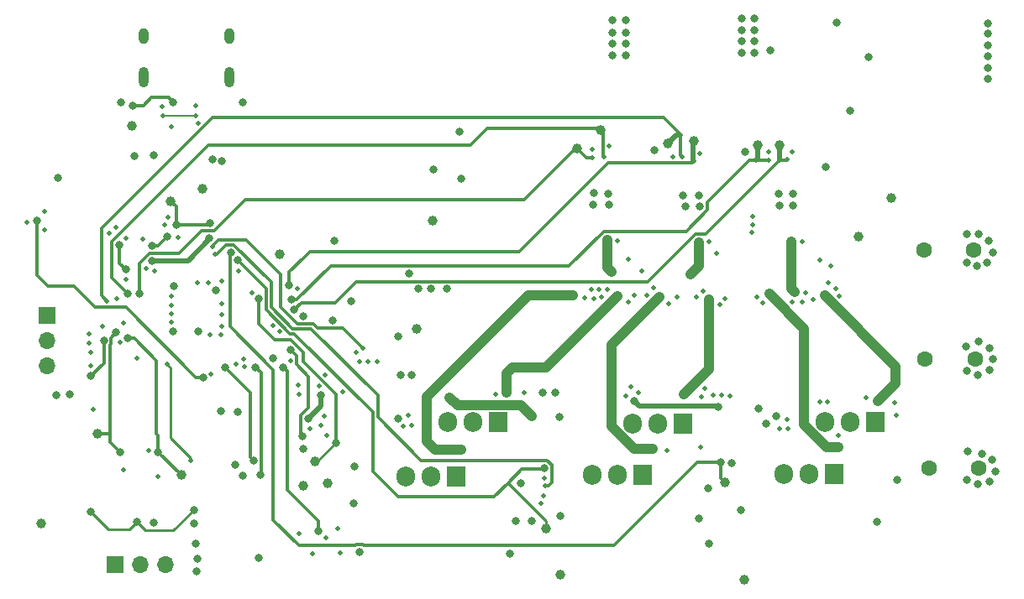
<source format=gbl>
G04 #@! TF.GenerationSoftware,KiCad,Pcbnew,8.0.4-8.0.4-0~ubuntu22.04.1*
G04 #@! TF.CreationDate,2024-08-24T23:14:06+02:00*
G04 #@! TF.ProjectId,bldc_project,626c6463-5f70-4726-9f6a-6563742e6b69,rev?*
G04 #@! TF.SameCoordinates,Original*
G04 #@! TF.FileFunction,Copper,L4,Bot*
G04 #@! TF.FilePolarity,Positive*
%FSLAX46Y46*%
G04 Gerber Fmt 4.6, Leading zero omitted, Abs format (unit mm)*
G04 Created by KiCad (PCBNEW 8.0.4-8.0.4-0~ubuntu22.04.1) date 2024-08-24 23:14:06*
%MOMM*%
%LPD*%
G01*
G04 APERTURE LIST*
G04 #@! TA.AperFunction,ComponentPad*
%ADD10R,1.905000X2.000000*%
G04 #@! TD*
G04 #@! TA.AperFunction,ComponentPad*
%ADD11O,1.905000X2.000000*%
G04 #@! TD*
G04 #@! TA.AperFunction,ComponentPad*
%ADD12C,1.600000*%
G04 #@! TD*
G04 #@! TA.AperFunction,ComponentPad*
%ADD13R,1.700000X1.700000*%
G04 #@! TD*
G04 #@! TA.AperFunction,ComponentPad*
%ADD14O,1.700000X1.700000*%
G04 #@! TD*
G04 #@! TA.AperFunction,ComponentPad*
%ADD15O,1.000000X2.100000*%
G04 #@! TD*
G04 #@! TA.AperFunction,ComponentPad*
%ADD16O,1.000000X1.600000*%
G04 #@! TD*
G04 #@! TA.AperFunction,ComponentPad*
%ADD17C,1.000000*%
G04 #@! TD*
G04 #@! TA.AperFunction,ViaPad*
%ADD18C,0.500000*%
G04 #@! TD*
G04 #@! TA.AperFunction,ViaPad*
%ADD19C,0.800000*%
G04 #@! TD*
G04 #@! TA.AperFunction,Conductor*
%ADD20C,1.000000*%
G04 #@! TD*
G04 #@! TA.AperFunction,Conductor*
%ADD21C,0.500000*%
G04 #@! TD*
G04 #@! TA.AperFunction,Conductor*
%ADD22C,0.300000*%
G04 #@! TD*
G04 #@! TA.AperFunction,Conductor*
%ADD23C,0.250000*%
G04 #@! TD*
G04 #@! TA.AperFunction,Conductor*
%ADD24C,0.200000*%
G04 #@! TD*
G04 APERTURE END LIST*
D10*
X127540000Y-122592500D03*
D11*
X125000000Y-122592500D03*
X122460000Y-122592500D03*
D12*
X132500000Y-105300000D03*
X137500000Y-105300000D03*
X133000000Y-127300000D03*
X138000000Y-127300000D03*
D10*
X108177500Y-122772500D03*
D11*
X105637500Y-122772500D03*
X103097500Y-122772500D03*
D13*
X44100000Y-111860000D03*
D14*
X44100000Y-114400000D03*
X44100000Y-116940000D03*
D15*
X62420000Y-87830000D03*
D16*
X62420000Y-83650000D03*
D15*
X53780000Y-87830000D03*
D16*
X53780000Y-83650000D03*
D10*
X104077500Y-127917500D03*
D11*
X101537500Y-127917500D03*
X98997500Y-127917500D03*
D10*
X85350000Y-128150000D03*
D11*
X82810000Y-128150000D03*
X80270000Y-128150000D03*
D10*
X89580000Y-122655000D03*
D11*
X87040000Y-122655000D03*
X84500000Y-122655000D03*
D12*
X132600000Y-116300000D03*
X137600000Y-116300000D03*
D13*
X50900000Y-137000000D03*
D14*
X53440000Y-137000000D03*
X55980000Y-137000000D03*
D10*
X123377500Y-127872500D03*
D11*
X120837500Y-127872500D03*
X118297500Y-127872500D03*
D17*
X49200000Y-123800000D03*
X81300000Y-113200000D03*
X117900000Y-94700000D03*
X94400000Y-133400000D03*
X43500000Y-132850000D03*
X114350000Y-138550000D03*
X129200000Y-100050000D03*
X52650000Y-92750000D03*
X71050000Y-126600000D03*
X95800000Y-138050000D03*
X59750000Y-99100000D03*
X115700000Y-94700000D03*
X97500000Y-95050000D03*
X56550000Y-100350000D03*
X57600000Y-128000000D03*
X67500000Y-105700000D03*
X99900000Y-93200000D03*
X109250000Y-94300000D03*
X72400000Y-128800000D03*
X82950000Y-102300000D03*
X125900000Y-103950000D03*
X69900000Y-129100000D03*
X106650000Y-94550000D03*
X112400000Y-128700000D03*
D18*
X102950000Y-119100000D03*
X104050000Y-107350000D03*
X110400000Y-119200000D03*
D19*
X80600000Y-107650000D03*
D18*
X111900000Y-110800000D03*
X116200000Y-110600000D03*
X122750000Y-120600000D03*
X48300000Y-114650000D03*
X118700000Y-122400000D03*
X111200000Y-119950000D03*
D19*
X139400000Y-105500000D03*
X44975000Y-119900000D03*
X125000000Y-91200000D03*
X74700000Y-110400000D03*
D18*
X61700000Y-111800000D03*
D19*
X138000000Y-114500000D03*
D18*
X59300000Y-92500000D03*
X56600000Y-92800000D03*
D19*
X138000000Y-103700000D03*
X139300000Y-126400000D03*
D18*
X75200000Y-115600000D03*
X99000000Y-95100000D03*
X106550000Y-125500000D03*
D19*
X102400000Y-85600000D03*
D18*
X76450000Y-116500000D03*
D19*
X84400000Y-109200000D03*
X101100000Y-84400000D03*
D18*
X103300000Y-109800000D03*
X60350000Y-108550000D03*
X126650000Y-120200000D03*
X48700000Y-121375000D03*
D19*
X100700000Y-100700000D03*
X75582831Y-135717169D03*
D18*
X51825000Y-127450000D03*
D19*
X63300000Y-121600000D03*
X117600000Y-122000000D03*
D18*
X51150000Y-110150000D03*
D19*
X139700000Y-127600000D03*
X75100000Y-127100000D03*
X79500000Y-113950000D03*
X79700000Y-117900000D03*
D18*
X115200000Y-101900000D03*
X129550000Y-120650000D03*
X55900000Y-102750000D03*
D19*
X63800000Y-90400000D03*
D18*
X80800000Y-122950000D03*
D19*
X115400000Y-84200000D03*
X114100000Y-81900000D03*
D18*
X54900000Y-107400000D03*
X104500000Y-109800000D03*
D19*
X58900000Y-132900000D03*
D18*
X42050000Y-102500000D03*
D19*
X66843563Y-116222240D03*
D18*
X123550000Y-109150000D03*
D19*
X139100000Y-115200000D03*
X81500000Y-109200001D03*
D18*
X94150000Y-130050000D03*
X103700000Y-119650000D03*
X100700000Y-94800000D03*
X101600000Y-104300000D03*
D19*
X123700000Y-82350000D03*
X83000000Y-97100000D03*
X101100000Y-85600000D03*
D18*
X72050000Y-122000000D03*
D19*
X101100000Y-83300000D03*
D18*
X99750000Y-109250000D03*
X112050000Y-119900000D03*
D19*
X127700000Y-132700000D03*
D18*
X109950000Y-125150000D03*
D19*
X105300000Y-95200000D03*
X117900000Y-100800000D03*
D18*
X115150000Y-103500000D03*
D19*
X114400000Y-95400000D03*
X85800000Y-98100000D03*
X136800000Y-117500000D03*
X138900000Y-85700000D03*
D18*
X43800000Y-101400000D03*
X89300000Y-119850000D03*
X48450000Y-116925000D03*
X106750000Y-110700000D03*
X53750000Y-104200000D03*
X100550000Y-109250000D03*
X111600000Y-105600000D03*
X75600000Y-116500000D03*
X100000000Y-110050000D03*
X123100000Y-106850000D03*
D19*
X136700000Y-115000000D03*
X56750000Y-113500000D03*
X136800000Y-106500000D03*
X85616000Y-93340000D03*
D18*
X107550000Y-110050000D03*
D19*
X94000000Y-119700000D03*
X46400000Y-119825000D03*
D18*
X121950000Y-120600000D03*
D19*
X80800000Y-117900000D03*
D18*
X54100000Y-107100000D03*
X115600000Y-110000000D03*
D19*
X137900000Y-117900000D03*
D18*
X51000000Y-103000000D03*
X94200000Y-128300000D03*
D19*
X69900000Y-125300000D03*
X138900000Y-86900000D03*
X137900000Y-128900000D03*
D18*
X70800000Y-135900000D03*
D19*
X126900000Y-85800000D03*
X59300000Y-113500000D03*
D18*
X72300000Y-123950000D03*
D19*
X82800000Y-109200000D03*
X139100000Y-117400000D03*
D18*
X80500000Y-121950000D03*
X73400000Y-133400000D03*
D19*
X61600000Y-121500000D03*
X139400000Y-116300000D03*
X138900000Y-84600000D03*
D18*
X109850000Y-95550000D03*
X67500000Y-113500000D03*
D19*
X95300000Y-119700000D03*
D18*
X107200000Y-95900000D03*
D19*
X73000000Y-104300000D03*
D18*
X119200000Y-110500000D03*
X61700000Y-110700000D03*
D19*
X114100000Y-84200000D03*
D18*
X48450000Y-115600000D03*
X73650000Y-135850000D03*
X123850000Y-123950000D03*
D19*
X100600000Y-99600000D03*
X115400000Y-85400000D03*
D18*
X51450000Y-114600000D03*
X77350000Y-116500000D03*
X122000000Y-106300000D03*
X120500000Y-109600000D03*
X117950000Y-123300000D03*
X122800000Y-108550000D03*
D19*
X109800000Y-99800000D03*
D18*
X52000000Y-108200000D03*
X63900000Y-116250000D03*
D19*
X119300000Y-100800000D03*
D18*
X60550000Y-113800000D03*
X53150000Y-116150000D03*
X123900000Y-109900000D03*
X61700000Y-108400000D03*
X110000000Y-120050000D03*
D19*
X69911744Y-111950000D03*
X139100000Y-128600000D03*
D18*
X93900000Y-130850000D03*
X119200000Y-95400000D03*
X55225000Y-128150000D03*
D19*
X114000000Y-131500000D03*
D18*
X68600000Y-116450000D03*
D19*
X117000000Y-85100000D03*
D18*
X109500000Y-110000000D03*
D19*
X129800000Y-128500000D03*
D18*
X110200000Y-109400000D03*
D19*
X102400000Y-82100000D03*
D18*
X120200000Y-104400000D03*
X112875000Y-120000000D03*
X57250000Y-104000000D03*
D19*
X91300000Y-132600000D03*
X139000000Y-104300000D03*
X119300000Y-99600000D03*
X59075000Y-134925000D03*
D18*
X120200000Y-110500000D03*
D19*
X79450000Y-122300000D03*
D18*
X115200000Y-102700000D03*
D19*
X138900000Y-82400000D03*
X117800000Y-99600000D03*
D18*
X71500735Y-118999265D03*
X118800000Y-123300000D03*
D19*
X52900000Y-95800000D03*
X138900000Y-83400000D03*
D18*
X69450000Y-119800000D03*
D19*
X101100000Y-82100000D03*
D18*
X73925000Y-119550000D03*
D19*
X65400000Y-136300000D03*
X95800000Y-132100000D03*
X56900000Y-108900000D03*
X54850000Y-132775000D03*
X108200000Y-99800000D03*
D18*
X63100000Y-116800000D03*
X112450000Y-110200000D03*
D19*
X92900000Y-132600000D03*
D18*
X48300000Y-113750000D03*
X50350000Y-103550000D03*
D19*
X59225000Y-136425000D03*
D18*
X56650000Y-111700000D03*
X52050000Y-104050000D03*
X56250000Y-101950000D03*
D19*
X91800000Y-128800000D03*
X114100000Y-85400000D03*
X51500000Y-90400000D03*
D18*
X49700000Y-113000000D03*
D19*
X102400000Y-83300000D03*
X63800000Y-128050000D03*
D18*
X69400000Y-118875000D03*
X102450000Y-120000000D03*
X129650000Y-121950000D03*
D19*
X113100000Y-126800000D03*
D18*
X56650000Y-112550000D03*
X60600000Y-117800000D03*
X72100000Y-117875000D03*
X69300000Y-109200000D03*
X98950000Y-109250000D03*
X121300000Y-110300000D03*
X56650000Y-109900000D03*
X59100000Y-90700000D03*
X102700000Y-106200000D03*
D19*
X99200000Y-99500000D03*
D18*
X98300000Y-110100000D03*
D19*
X54800000Y-95700000D03*
X114100000Y-83100000D03*
D18*
X72157532Y-134350000D03*
D19*
X99100000Y-100700000D03*
X136900000Y-125600000D03*
D18*
X105200000Y-109100000D03*
X102700000Y-110500000D03*
D19*
X136800000Y-128500000D03*
D18*
X63950000Y-117050000D03*
D19*
X60800000Y-96100000D03*
X109900000Y-100900000D03*
X95700000Y-122100000D03*
X115400000Y-81900000D03*
D18*
X80000000Y-123050000D03*
X99200000Y-110150000D03*
X92150000Y-119700000D03*
D19*
X115400000Y-83100000D03*
D18*
X55700000Y-90800000D03*
D19*
X45200000Y-98000000D03*
X61100000Y-109300000D03*
D18*
X61600000Y-113800000D03*
X56650000Y-110850000D03*
X43800000Y-103200000D03*
D19*
X136800000Y-103700000D03*
X138300000Y-125800000D03*
X122600000Y-96900000D03*
D18*
X116800000Y-95400000D03*
X59200000Y-108550000D03*
D19*
X63050000Y-126950000D03*
X75000000Y-130800000D03*
X61700000Y-96300000D03*
D18*
X64700000Y-109600000D03*
D19*
X116600000Y-122800000D03*
X110800000Y-134900000D03*
D18*
X51750000Y-112600000D03*
X69500000Y-133900000D03*
D19*
X109800000Y-132400000D03*
D18*
X110800000Y-104400000D03*
D19*
X137800000Y-106900000D03*
D18*
X70600000Y-123300000D03*
D19*
X138900000Y-88000000D03*
D18*
X54350000Y-125475000D03*
X71650000Y-123000000D03*
D19*
X90700000Y-135900000D03*
X138800000Y-106500000D03*
X110700000Y-129300000D03*
X115800000Y-121300000D03*
X102400000Y-84400000D03*
X108400000Y-100900000D03*
X72900000Y-112350000D03*
D18*
X63350000Y-107350000D03*
D19*
X59175000Y-137725000D03*
D18*
X66900000Y-112900000D03*
X61700000Y-112950000D03*
D19*
X103300000Y-120550000D03*
X111700000Y-121100000D03*
X92900000Y-122000000D03*
X84650000Y-120150000D03*
X60450000Y-104100000D03*
X54700000Y-106370000D03*
X49800000Y-114450000D03*
X48525000Y-117975000D03*
X71700000Y-119900000D03*
X70400000Y-122300000D03*
X43100000Y-102300000D03*
X59800000Y-118100000D03*
X57100000Y-102700000D03*
X60500000Y-102600000D03*
X52700000Y-90700000D03*
X56824085Y-90354709D03*
X127850000Y-120500000D03*
X122450000Y-109850000D03*
X116900000Y-109700000D03*
X123800000Y-125200000D03*
X108250000Y-119800000D03*
X110800000Y-110300000D03*
X105800000Y-110000000D03*
X105150000Y-125300000D03*
X97100000Y-109800000D03*
X85850000Y-125400000D03*
X101600000Y-109900000D03*
X90400000Y-119650000D03*
X119400000Y-109500000D03*
X119100000Y-104400000D03*
X108937500Y-107700000D03*
X109800000Y-104500000D03*
X65100000Y-117100000D03*
X65569669Y-127930331D03*
X62000000Y-117100000D03*
X64900000Y-126500000D03*
D18*
X60800000Y-104900000D03*
X75950000Y-115200000D03*
X61000000Y-105700000D03*
X94300000Y-129100000D03*
D19*
X56160153Y-103939847D03*
X54658071Y-104841929D03*
X52000000Y-107220000D03*
X51369669Y-104730331D03*
D18*
X118636250Y-96163750D03*
D19*
X69010661Y-111289339D03*
X68700000Y-110300000D03*
D18*
X116800000Y-96200000D03*
D19*
X68500000Y-108800000D03*
D18*
X109285000Y-96315000D03*
X50100000Y-110400000D03*
X108060576Y-95830000D03*
X100200000Y-95900000D03*
D19*
X52207719Y-109675965D03*
X53416364Y-109700000D03*
D18*
X99010000Y-95990000D03*
D19*
X62600000Y-105500000D03*
X112000000Y-126700000D03*
X94219669Y-127319669D03*
X63300000Y-106300000D03*
X73200000Y-124700000D03*
X65400000Y-110200000D03*
X51050000Y-113600000D03*
X51475000Y-125650000D03*
X52237569Y-114200000D03*
X55300000Y-125650000D03*
D18*
X100575000Y-104195000D03*
D19*
X101000000Y-107500000D03*
X58875000Y-131500000D03*
X53150000Y-132700000D03*
X48475000Y-131725000D03*
D18*
X59100000Y-91700000D03*
X55800000Y-91700000D03*
D19*
X69801041Y-124101041D03*
X68619669Y-115380331D03*
X67900000Y-117100000D03*
X71405331Y-133594669D03*
D18*
X58600000Y-126500000D03*
X56153531Y-116803531D03*
D20*
X85450000Y-120950000D02*
X91850000Y-120950000D01*
D21*
X60450000Y-104200000D02*
X58280000Y-106370000D01*
X103750000Y-121000000D02*
X111600000Y-121000000D01*
X58280000Y-106370000D02*
X54700000Y-106370000D01*
D20*
X91850000Y-120950000D02*
X92900000Y-122000000D01*
D21*
X103300000Y-120550000D02*
X103750000Y-121000000D01*
X60450000Y-104100000D02*
X60450000Y-104200000D01*
D20*
X84650000Y-120150000D02*
X85450000Y-120950000D01*
D21*
X111600000Y-121000000D02*
X111700000Y-121100000D01*
D22*
X49800000Y-116700000D02*
X49800000Y-114450000D01*
X48525000Y-117975000D02*
X49800000Y-116700000D01*
D21*
X71700000Y-119900000D02*
X71700000Y-121000000D01*
X71700000Y-121000000D02*
X70400000Y-122300000D01*
D22*
X44200000Y-108900000D02*
X46800000Y-108900000D01*
X43100000Y-102300000D02*
X43100000Y-107800000D01*
X46800000Y-108900000D02*
X48900000Y-111000000D01*
X48900000Y-111000000D02*
X52000000Y-111000000D01*
X43100000Y-107800000D02*
X44200000Y-108900000D01*
X59100000Y-118100000D02*
X59800000Y-118100000D01*
X52000000Y-111000000D02*
X59100000Y-118100000D01*
X56550000Y-100350000D02*
X57100000Y-100900000D01*
X60400000Y-102700000D02*
X57100000Y-102700000D01*
X57100000Y-100900000D02*
X57100000Y-102700000D01*
X60500000Y-102600000D02*
X60400000Y-102700000D01*
X54600000Y-89900000D02*
X56369376Y-89900000D01*
X52700000Y-90700000D02*
X53800000Y-90700000D01*
X53800000Y-90700000D02*
X54600000Y-89900000D01*
X56369376Y-89900000D02*
X56824085Y-90354709D01*
D20*
X129600000Y-118750000D02*
X129600000Y-117000000D01*
X127850000Y-120500000D02*
X129600000Y-118750000D01*
X129600000Y-117000000D02*
X122450000Y-109850000D01*
X123800000Y-125200000D02*
X122683012Y-125200000D01*
X122683012Y-125200000D02*
X120400000Y-122916988D01*
X120400000Y-122916988D02*
X120400000Y-113200000D01*
X120400000Y-113200000D02*
X116900000Y-109700000D01*
X108250000Y-119800000D02*
X110800000Y-117250000D01*
X110800000Y-117250000D02*
X110800000Y-110300000D01*
X101000000Y-114800000D02*
X105800000Y-110000000D01*
X105150000Y-125300000D02*
X103240512Y-125300000D01*
X101000000Y-123059488D02*
X101000000Y-114800000D01*
X103240512Y-125300000D02*
X101000000Y-123059488D01*
X85850000Y-125400000D02*
X83200000Y-125400000D01*
X82350000Y-124550000D02*
X82350000Y-120050000D01*
X82350000Y-120050000D02*
X92600000Y-109800000D01*
X92600000Y-109800000D02*
X97100000Y-109800000D01*
X83200000Y-125400000D02*
X82350000Y-124550000D01*
X90400000Y-117700000D02*
X91000000Y-117100000D01*
X90400000Y-119650000D02*
X90400000Y-117700000D01*
X91000000Y-117100000D02*
X94400000Y-117100000D01*
X94400000Y-117100000D02*
X101600000Y-109900000D01*
X119100000Y-109200000D02*
X119100000Y-104400000D01*
X119400000Y-109500000D02*
X119100000Y-109200000D01*
X109800000Y-106837500D02*
X108937500Y-107700000D01*
X109800000Y-104500000D02*
X109800000Y-106837500D01*
D22*
X65100000Y-117100000D02*
X65650000Y-117650000D01*
X65650000Y-117650000D02*
X65650000Y-127850000D01*
X65650000Y-127850000D02*
X65569669Y-127930331D01*
X64600000Y-126200000D02*
X64900000Y-126500000D01*
X62000000Y-117100000D02*
X64600000Y-119700000D01*
X64600000Y-119700000D02*
X64600000Y-126200000D01*
X70907106Y-112700000D02*
X69300000Y-112700000D01*
X69300000Y-112700000D02*
X67600000Y-111000000D01*
X67600000Y-107700000D02*
X64150000Y-104250000D01*
X67600000Y-111000000D02*
X67600000Y-107700000D01*
X73850000Y-113100000D02*
X71307106Y-113100000D01*
X60800000Y-104810661D02*
X60800000Y-104900000D01*
X75950000Y-115200000D02*
X73850000Y-113100000D01*
X61360661Y-104250000D02*
X60800000Y-104810661D01*
X71307106Y-113100000D02*
X70907106Y-112700000D01*
X64150000Y-104250000D02*
X61360661Y-104250000D01*
X70700000Y-113200000D02*
X68800000Y-113200000D01*
X94969669Y-126969669D02*
X94500000Y-126500000D01*
X94600000Y-129100000D02*
X94969669Y-128730331D01*
X94500000Y-126500000D02*
X81800000Y-126500000D01*
X77400000Y-119900000D02*
X70700000Y-113200000D01*
X61175000Y-105700000D02*
X61000000Y-105700000D01*
X81800000Y-126500000D02*
X77400000Y-122100000D01*
X66650000Y-111050000D02*
X66650000Y-108489339D01*
X94969669Y-128730331D02*
X94969669Y-126969669D01*
X77400000Y-122100000D02*
X77400000Y-119900000D01*
X68800000Y-113200000D02*
X66650000Y-111050000D01*
X62125000Y-104750000D02*
X61175000Y-105700000D01*
X62910661Y-104750000D02*
X62125000Y-104750000D01*
X66650000Y-108489339D02*
X62910661Y-104750000D01*
X94300000Y-129100000D02*
X94600000Y-129100000D01*
X55258071Y-104841929D02*
X56160153Y-103939847D01*
X54658071Y-104841929D02*
X55258071Y-104841929D01*
X51369669Y-104730331D02*
X51369669Y-106589669D01*
X51369669Y-106589669D02*
X52000000Y-107220000D01*
X110450000Y-103650000D02*
X109447918Y-103650000D01*
X69700000Y-110600000D02*
X69010661Y-111289339D01*
X75249999Y-108450001D02*
X73100000Y-110600000D01*
X118636250Y-96163750D02*
X118600000Y-96200000D01*
X104647917Y-108450001D02*
X75249999Y-108450001D01*
D21*
X117900000Y-94700000D02*
X117900000Y-96200000D01*
D22*
X117900000Y-96200000D02*
X110450000Y-103650000D01*
X109447918Y-103650000D02*
X104647917Y-108450001D01*
X118600000Y-96200000D02*
X117900000Y-96200000D01*
X73100000Y-110600000D02*
X69700000Y-110600000D01*
X115500000Y-96200000D02*
X114900000Y-96200000D01*
X114900000Y-96200000D02*
X110650000Y-100450000D01*
X69260661Y-110300000D02*
X68700000Y-110300000D01*
D21*
X115700000Y-94700000D02*
X115700000Y-96000000D01*
D22*
X96667918Y-106900000D02*
X72660661Y-106900000D01*
D21*
X115700000Y-96000000D02*
X115500000Y-96200000D01*
D22*
X100192918Y-103375000D02*
X96667918Y-106900000D01*
X110650000Y-101210661D02*
X108485661Y-103375000D01*
X108485661Y-103375000D02*
X100192918Y-103375000D01*
X116800000Y-96200000D02*
X115500000Y-96200000D01*
X72660661Y-106900000D02*
X69260661Y-110300000D01*
X110650000Y-100450000D02*
X110650000Y-101210661D01*
X70000000Y-106000000D02*
X70600000Y-105400000D01*
X109100000Y-96500000D02*
X109285000Y-96315000D01*
D21*
X109150000Y-94400000D02*
X109150000Y-96180000D01*
D22*
X91700000Y-105400000D02*
X100600000Y-96500000D01*
X68500000Y-107500000D02*
X70000000Y-106000000D01*
D21*
X109150000Y-96180000D02*
X109285000Y-96315000D01*
D22*
X68500000Y-108800000D02*
X68500000Y-107500000D01*
X100600000Y-96500000D02*
X109100000Y-96500000D01*
X70600000Y-105400000D02*
X91700000Y-105400000D01*
D21*
X109250000Y-94300000D02*
X109150000Y-94400000D01*
X106650000Y-94550000D02*
X107500000Y-93700000D01*
D22*
X107900000Y-95669424D02*
X108060576Y-95830000D01*
X107900000Y-93600000D02*
X107900000Y-93700000D01*
X106200000Y-91900000D02*
X107900000Y-93600000D01*
X49550000Y-103100000D02*
X60750000Y-91900000D01*
D21*
X107500000Y-93700000D02*
X107900000Y-93700000D01*
D22*
X49550000Y-109850000D02*
X49550000Y-103100000D01*
X107900000Y-93700000D02*
X107900000Y-95669424D01*
X50100000Y-110400000D02*
X49550000Y-109850000D01*
X60750000Y-91900000D02*
X106200000Y-91900000D01*
X88450000Y-93000000D02*
X86750000Y-94700000D01*
X50619669Y-104419670D02*
X50619669Y-108087915D01*
X100100000Y-95800000D02*
X100100000Y-93400000D01*
X100100000Y-93400000D02*
X99700000Y-93000000D01*
X99700000Y-93000000D02*
X88450000Y-93000000D01*
X100200000Y-95900000D02*
X100100000Y-95800000D01*
X86750000Y-94700000D02*
X60339339Y-94700000D01*
X50619669Y-108087915D02*
X52207719Y-109675965D01*
X60339339Y-94700000D02*
X50619669Y-104419670D01*
X98440000Y-95990000D02*
X99010000Y-95990000D01*
X60950000Y-103350000D02*
X64100000Y-100200000D01*
X54409339Y-105600000D02*
X57400000Y-105600000D01*
X53416364Y-109700000D02*
X53416364Y-106592975D01*
X57400000Y-105600000D02*
X59650000Y-103350000D01*
X97425000Y-94975000D02*
X98440000Y-95990000D01*
X92200000Y-100200000D02*
X97425000Y-94975000D01*
X59650000Y-103350000D02*
X60950000Y-103350000D01*
X53416364Y-106592975D02*
X54409339Y-105600000D01*
X64100000Y-100200000D02*
X92200000Y-100200000D01*
X66900000Y-132500000D02*
X66900000Y-117339339D01*
X66900000Y-117339339D02*
X62550000Y-112989339D01*
X62550000Y-112989339D02*
X62550000Y-105550000D01*
X112000000Y-128300000D02*
X112400000Y-128700000D01*
X112000000Y-126700000D02*
X109600000Y-126700000D01*
X101250000Y-135050000D02*
X75976323Y-135050000D01*
X69450000Y-135050000D02*
X66900000Y-132500000D01*
X75893492Y-134967169D02*
X75272170Y-134967169D01*
X112000000Y-126700000D02*
X112000000Y-128300000D01*
X75976323Y-135050000D02*
X75893492Y-134967169D01*
X62550000Y-105550000D02*
X62600000Y-105500000D01*
X109600000Y-126700000D02*
X101250000Y-135050000D01*
X75189339Y-135050000D02*
X69450000Y-135050000D01*
X75272170Y-134967169D02*
X75189339Y-135050000D01*
X68953553Y-113700000D02*
X76900000Y-121646447D01*
X63300000Y-106300000D02*
X66150000Y-109150000D01*
X76900000Y-121646447D02*
X76900000Y-127600000D01*
X68592894Y-113700000D02*
X68953553Y-113700000D01*
X89137500Y-130200000D02*
X90568750Y-128768750D01*
X90568750Y-128768750D02*
X91937500Y-127400000D01*
X79500000Y-130200000D02*
X89137500Y-130200000D01*
X66150000Y-109150000D02*
X66150000Y-111257106D01*
D23*
X94400000Y-133300000D02*
X94400000Y-132600000D01*
D22*
X94139338Y-127400000D02*
X94219669Y-127319669D01*
X76900000Y-127600000D02*
X79500000Y-130200000D01*
X91937500Y-127400000D02*
X94139338Y-127400000D01*
X66150000Y-111257106D02*
X68592894Y-113700000D01*
D23*
X94400000Y-132600000D02*
X90568750Y-128768750D01*
D22*
X68600000Y-114300000D02*
X67000000Y-114300000D01*
D23*
X71300000Y-126600000D02*
X71050000Y-126600000D01*
D22*
X65400000Y-112700000D02*
X65400000Y-110200000D01*
X73200000Y-124700000D02*
X73200000Y-119850000D01*
X69900000Y-116550000D02*
X69900000Y-115600000D01*
D23*
X73200000Y-124700000D02*
X71300000Y-126600000D01*
D22*
X69900000Y-115600000D02*
X68600000Y-114300000D01*
X73200000Y-119850000D02*
X69900000Y-116550000D01*
X67000000Y-114300000D02*
X65400000Y-112700000D01*
X50530331Y-114119669D02*
X51050000Y-113600000D01*
X50475000Y-124650000D02*
X50475000Y-123950000D01*
X50475000Y-123950000D02*
X50475000Y-114835661D01*
X51475000Y-125650000D02*
X50475000Y-124650000D01*
X50475000Y-123950000D02*
X50325000Y-123800000D01*
X50550000Y-114139339D02*
X50530331Y-114119669D01*
X50550000Y-114760661D02*
X50550000Y-114139339D01*
X50475000Y-114835661D02*
X50550000Y-114760661D01*
X50325000Y-123800000D02*
X49200000Y-123800000D01*
X55300000Y-123975000D02*
X55100000Y-123775000D01*
X55100000Y-116432827D02*
X52867173Y-114200000D01*
X55300000Y-125650000D02*
X55300000Y-123975000D01*
X52867173Y-114200000D02*
X52237569Y-114200000D01*
X55300000Y-125700000D02*
X57600000Y-128000000D01*
X55100000Y-123775000D02*
X55100000Y-116432827D01*
X55300000Y-125650000D02*
X55300000Y-125700000D01*
D20*
X100545000Y-107045000D02*
X100545000Y-104225000D01*
X101000000Y-107500000D02*
X100545000Y-107045000D01*
D23*
X50250000Y-133500000D02*
X48475000Y-131725000D01*
X53150000Y-132700000D02*
X54000000Y-133550000D01*
X56825000Y-133550000D02*
X58875000Y-131500000D01*
X54000000Y-133550000D02*
X56825000Y-133550000D01*
X53150000Y-132700000D02*
X52350000Y-133500000D01*
X52350000Y-133500000D02*
X50250000Y-133500000D01*
D24*
X59100000Y-91700000D02*
X55800000Y-91700000D01*
D22*
X69650000Y-123950000D02*
X69801041Y-124101041D01*
X70450000Y-121189339D02*
X69650000Y-121989339D01*
X70450000Y-118057106D02*
X70450000Y-121189339D01*
X68619669Y-115380331D02*
X69200000Y-115960662D01*
X69200000Y-115960662D02*
X69200000Y-116807106D01*
X69200000Y-116807106D02*
X70450000Y-118057106D01*
X69650000Y-121989339D02*
X69650000Y-123950000D01*
X68300000Y-117500000D02*
X67900000Y-117100000D01*
X68300000Y-129500000D02*
X68300000Y-117500000D01*
X71405331Y-132605331D02*
X68300000Y-129500000D01*
X71405331Y-133594669D02*
X71405331Y-132605331D01*
D23*
X58600000Y-126300000D02*
X56543444Y-124243444D01*
X56543444Y-117193444D02*
X56153531Y-116803531D01*
X58600000Y-126500000D02*
X58600000Y-126300000D01*
X56543444Y-124243444D02*
X56543444Y-117193444D01*
M02*

</source>
